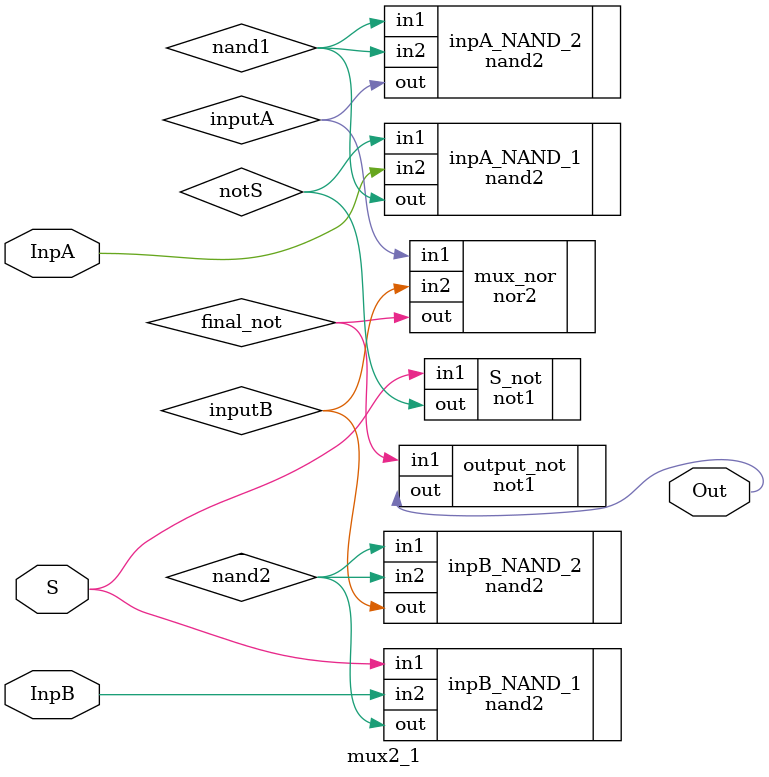
<source format=v>
module mux2_1 (Out, S, InpA, InpB);
	output Out; // Output
	input S; // Control input
	input InpA; // Input data
	input InpB; // Input data

	wire notS;
	wire nand1;
	wire nand2;

	wire inputA;
	wire inputB;

	wire final_not;

	not1 S_not (.out(notS), .in1(S));

	// S not AND inputA
	nand2 inpA_NAND_1 (.out(nand1), .in1(notS), .in2(InpA));
	nand2 inpA_NAND_2 (.out(inputA), .in1(nand1), .in2(nand1));

	// S AND inputB
	nand2 inpB_NAND_1 (.out(nand2), .in1(S), .in2(InpB));
	nand2 inpB_NAND_2 (.out(inputB), .in1(nand2), .in2(nand2));

	// or between S not AND inputA and S AND inputB
	nor2 mux_nor (.out(final_not), .in1(inputA), .in2(inputB));
	not1 output_not (.out(Out), .in1(final_not));

endmodule
</source>
